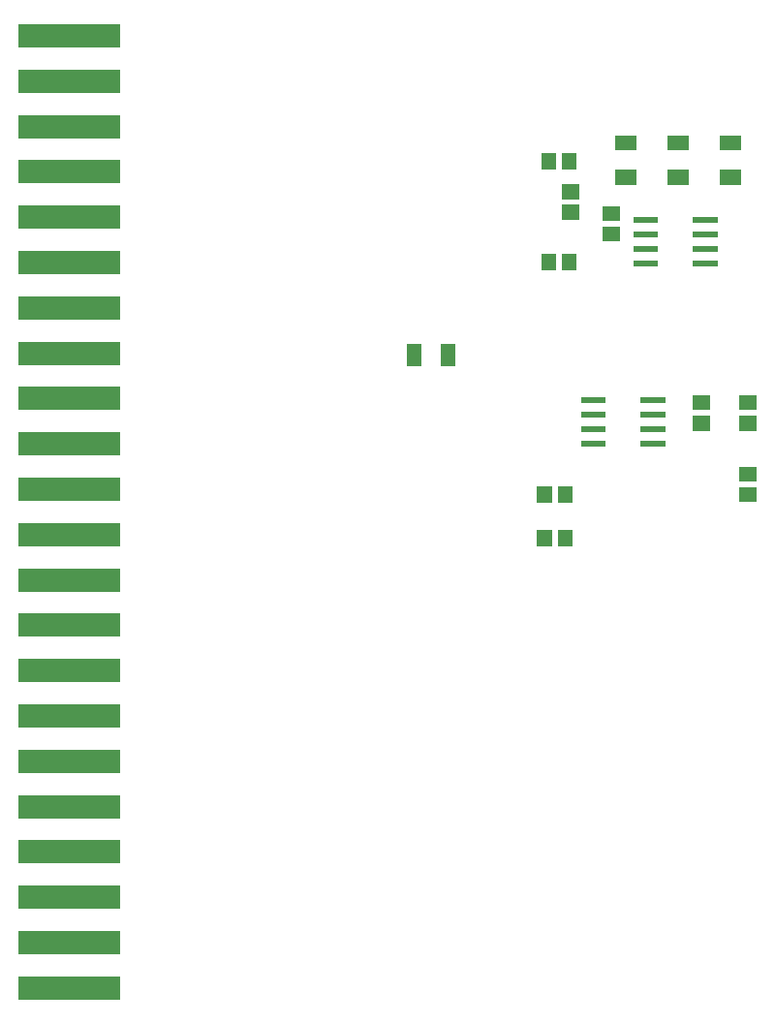
<source format=gtp>
G04 start of page 2 for group 0 layer_idx 9 *
G04 Title: (unknown), top_paste *
G04 Creator: pcb-rnd 2.3.2 *
G04 CreationDate: 2021-07-14 03:04:30 UTC *
G04 For:  *
G04 Format: Gerber/RS-274X *
G04 PCB-Dimensions: 1000000 1000000 *
G04 PCB-Coordinate-Origin: lower left *
%MOIN*%
%FSLAX25Y25*%
%LNTOP_PASTE_NONE_0*%
%ADD101C,0.0001*%
G54D101*G36*
X133000Y890800D02*Y898800D01*
X98000D01*
Y890800D01*
X133000D01*
G37*
G36*
Y875200D02*Y883200D01*
X98000D01*
Y875200D01*
X133000D01*
G37*
G36*
Y859600D02*Y867600D01*
X98000D01*
Y859600D01*
X133000D01*
G37*
G36*
Y844000D02*Y852000D01*
X98000D01*
Y844000D01*
X133000D01*
G37*
G36*
X309500Y832500D02*X318000D01*
Y830500D01*
X309500D01*
Y832500D01*
G37*
G36*
X338500Y830500D02*X330000D01*
Y832500D01*
X338500D01*
Y830500D01*
G37*
G36*
X309500Y827500D02*X318000D01*
Y825500D01*
X309500D01*
Y827500D01*
G37*
G36*
X338500Y825500D02*X330000D01*
Y827500D01*
X338500D01*
Y825500D01*
G37*
G36*
X320500Y768500D02*X312000D01*
Y770500D01*
X320500D01*
Y768500D01*
G37*
G36*
X291500Y770500D02*X300000D01*
Y768500D01*
X291500D01*
Y770500D01*
G37*
G36*
Y765500D02*X300000D01*
Y763500D01*
X291500D01*
Y765500D01*
G37*
G36*
Y760500D02*X300000D01*
Y758500D01*
X291500D01*
Y760500D01*
G37*
G36*
Y755500D02*X300000D01*
Y753500D01*
X291500D01*
Y755500D01*
G37*
G36*
X320500Y763500D02*X312000D01*
Y765500D01*
X320500D01*
Y763500D01*
G37*
G36*
Y758500D02*X312000D01*
Y760500D01*
X320500D01*
Y758500D01*
G37*
G36*
Y753500D02*X312000D01*
Y755500D01*
X320500D01*
Y753500D01*
G37*
G36*
X281559Y724952D02*X276441D01*
Y719048D01*
X281559D01*
Y724952D01*
G37*
G36*
X288645D02*X283527D01*
Y719048D01*
X288645D01*
Y724952D01*
G37*
G36*
X281559Y739952D02*X276441D01*
Y734048D01*
X281559D01*
Y739952D01*
G37*
G36*
X288645D02*X283527D01*
Y734048D01*
X288645D01*
Y739952D01*
G37*
G36*
X283017Y854589D02*X277899D01*
Y848685D01*
X283017D01*
Y854589D01*
G37*
G36*
X290103D02*X284985D01*
Y848685D01*
X290103D01*
Y854589D01*
G37*
G36*
X285049Y836653D02*Y831535D01*
X290953D01*
Y836653D01*
X285049D01*
G37*
G36*
Y843739D02*Y838621D01*
X290953D01*
Y843739D01*
X285049D01*
G37*
G36*
X309500Y822500D02*X318000D01*
Y820500D01*
X309500D01*
Y822500D01*
G37*
G36*
X299049Y829196D02*Y824078D01*
X304953D01*
Y829196D01*
X299049D01*
G37*
G36*
Y836282D02*Y831164D01*
X304953D01*
Y836282D01*
X299049D01*
G37*
G36*
X303260Y848654D02*Y843536D01*
X310740D01*
Y848654D01*
X303260D01*
G37*
G36*
Y860464D02*Y855346D01*
X310740D01*
Y860464D01*
X303260D01*
G37*
G36*
X321260Y848654D02*Y843536D01*
X328740D01*
Y848654D01*
X321260D01*
G37*
G36*
Y860464D02*Y855346D01*
X328740D01*
Y860464D01*
X321260D01*
G37*
G36*
X338500Y820500D02*X330000D01*
Y822500D01*
X338500D01*
Y820500D01*
G37*
G36*
X339260Y848654D02*Y843536D01*
X346740D01*
Y848654D01*
X339260D01*
G37*
G36*
Y860464D02*Y855346D01*
X346740D01*
Y860464D01*
X339260D01*
G37*
G36*
X309500Y817500D02*X318000D01*
Y815500D01*
X309500D01*
Y817500D01*
G37*
G36*
X283016Y819952D02*X277898D01*
Y814048D01*
X283016D01*
Y819952D01*
G37*
G36*
X290102D02*X284984D01*
Y814048D01*
X290102D01*
Y819952D01*
G37*
G36*
X236654Y788740D02*X231536D01*
Y781260D01*
X236654D01*
Y788740D01*
G37*
G36*
X248464D02*X243346D01*
Y781260D01*
X248464D01*
Y788740D01*
G37*
G36*
X338500Y815500D02*X330000D01*
Y817500D01*
X338500D01*
Y815500D01*
G37*
G36*
X330048Y771102D02*Y765984D01*
X335952D01*
Y771102D01*
X330048D01*
G37*
G36*
X346048D02*Y765984D01*
X351952D01*
Y771102D01*
X346048D01*
G37*
G36*
X330048Y764016D02*Y758898D01*
X335952D01*
Y764016D01*
X330048D01*
G37*
G36*
X346048D02*Y758898D01*
X351952D01*
Y764016D01*
X346048D01*
G37*
G36*
Y739473D02*Y734355D01*
X351952D01*
Y739473D01*
X346048D01*
G37*
G36*
Y746559D02*Y741441D01*
X351952D01*
Y746559D01*
X346048D01*
G37*
G36*
X133000Y828400D02*Y836400D01*
X98000D01*
Y828400D01*
X133000D01*
G37*
G36*
Y812800D02*Y820800D01*
X98000D01*
Y812800D01*
X133000D01*
G37*
G36*
Y797200D02*Y805200D01*
X98000D01*
Y797200D01*
X133000D01*
G37*
G36*
Y781600D02*Y789600D01*
X98000D01*
Y781600D01*
X133000D01*
G37*
G36*
Y766000D02*Y774000D01*
X98000D01*
Y766000D01*
X133000D01*
G37*
G36*
Y750400D02*Y758400D01*
X98000D01*
Y750400D01*
X133000D01*
G37*
G36*
Y734800D02*Y742800D01*
X98000D01*
Y734800D01*
X133000D01*
G37*
G36*
Y719200D02*Y727200D01*
X98000D01*
Y719200D01*
X133000D01*
G37*
G36*
Y703600D02*Y711600D01*
X98000D01*
Y703600D01*
X133000D01*
G37*
G36*
Y688000D02*Y696000D01*
X98000D01*
Y688000D01*
X133000D01*
G37*
G36*
Y672400D02*Y680400D01*
X98000D01*
Y672400D01*
X133000D01*
G37*
G36*
Y656800D02*Y664800D01*
X98000D01*
Y656800D01*
X133000D01*
G37*
G36*
Y641200D02*Y649200D01*
X98000D01*
Y641200D01*
X133000D01*
G37*
G36*
Y625600D02*Y633600D01*
X98000D01*
Y625600D01*
X133000D01*
G37*
G36*
Y610000D02*Y618000D01*
X98000D01*
Y610000D01*
X133000D01*
G37*
G36*
Y594400D02*Y602400D01*
X98000D01*
Y594400D01*
X133000D01*
G37*
G36*
Y578800D02*Y586800D01*
X98000D01*
Y578800D01*
X133000D01*
G37*
G36*
Y563200D02*Y571200D01*
X98000D01*
Y563200D01*
X133000D01*
G37*
M02*

</source>
